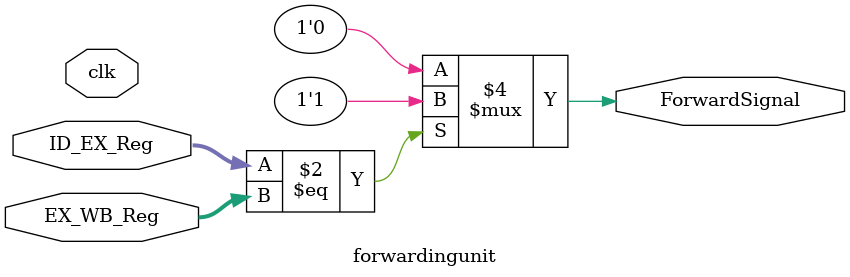
<source format=v>
`timescale 1ns / 1ps

module forwardingunit(
    input clk,
    input [2:0] EX_WB_Reg,
    input [2:0] ID_EX_Reg,
    output reg ForwardSignal
    );
    
    always @(*) begin
        if (ID_EX_Reg == EX_WB_Reg)
            ForwardSignal <= 1;    
        else
            ForwardSignal <= 0;
    end
endmodule


</source>
